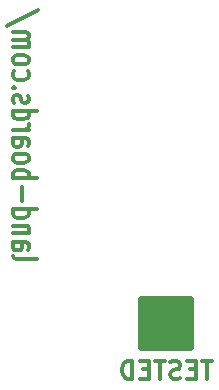
<source format=gbo>
%TF.GenerationSoftware,KiCad,Pcbnew,(6.0.1)*%
%TF.CreationDate,2022-05-20T17:27:47-04:00*%
%TF.ProjectId,BBB-GVS-4,4242422d-4756-4532-9d34-2e6b69636164,0.3*%
%TF.SameCoordinates,PX5962530PY32436e8*%
%TF.FileFunction,Legend,Bot*%
%TF.FilePolarity,Positive*%
%FSLAX46Y46*%
G04 Gerber Fmt 4.6, Leading zero omitted, Abs format (unit mm)*
G04 Created by KiCad (PCBNEW (6.0.1)) date 2022-05-20 17:27:47*
%MOMM*%
%LPD*%
G01*
G04 APERTURE LIST*
%ADD10C,0.304800*%
%ADD11C,0.650000*%
%ADD12C,0.150000*%
%ADD13C,4.572000*%
%ADD14R,1.651000X1.651000*%
%ADD15C,1.300480*%
%ADD16R,1.524000X1.524000*%
%ADD17C,1.524000*%
%ADD18R,2.032000X1.727200*%
%ADD19O,2.032000X1.727200*%
%ADD20R,2.032000X2.032000*%
%ADD21O,2.032000X2.032000*%
%ADD22R,1.905000X1.422400*%
%ADD23O,1.905000X1.422400*%
%ADD24R,1.422400X1.905000*%
%ADD25O,1.422400X1.905000*%
%ADD26R,1.651000X1.905000*%
%ADD27O,1.651000X1.905000*%
G04 APERTURE END LIST*
D10*
X4668761Y-37755285D02*
X4765523Y-37900428D01*
X4959047Y-37973000D01*
X6700761Y-37973000D01*
X4668761Y-36521571D02*
X5733142Y-36521571D01*
X5926666Y-36594142D01*
X6023428Y-36739285D01*
X6023428Y-37029571D01*
X5926666Y-37174714D01*
X4765523Y-36521571D02*
X4668761Y-36666714D01*
X4668761Y-37029571D01*
X4765523Y-37174714D01*
X4959047Y-37247285D01*
X5152571Y-37247285D01*
X5346095Y-37174714D01*
X5442857Y-37029571D01*
X5442857Y-36666714D01*
X5539619Y-36521571D01*
X6023428Y-35795857D02*
X4668761Y-35795857D01*
X5829904Y-35795857D02*
X5926666Y-35723285D01*
X6023428Y-35578142D01*
X6023428Y-35360428D01*
X5926666Y-35215285D01*
X5733142Y-35142714D01*
X4668761Y-35142714D01*
X4668761Y-33763857D02*
X6700761Y-33763857D01*
X4765523Y-33763857D02*
X4668761Y-33909000D01*
X4668761Y-34199285D01*
X4765523Y-34344428D01*
X4862285Y-34417000D01*
X5055809Y-34489571D01*
X5636380Y-34489571D01*
X5829904Y-34417000D01*
X5926666Y-34344428D01*
X6023428Y-34199285D01*
X6023428Y-33909000D01*
X5926666Y-33763857D01*
X5442857Y-33038142D02*
X5442857Y-31877000D01*
X4668761Y-31151285D02*
X6700761Y-31151285D01*
X5926666Y-31151285D02*
X6023428Y-31006142D01*
X6023428Y-30715857D01*
X5926666Y-30570714D01*
X5829904Y-30498142D01*
X5636380Y-30425571D01*
X5055809Y-30425571D01*
X4862285Y-30498142D01*
X4765523Y-30570714D01*
X4668761Y-30715857D01*
X4668761Y-31006142D01*
X4765523Y-31151285D01*
X4668761Y-29554714D02*
X4765523Y-29699857D01*
X4862285Y-29772428D01*
X5055809Y-29845000D01*
X5636380Y-29845000D01*
X5829904Y-29772428D01*
X5926666Y-29699857D01*
X6023428Y-29554714D01*
X6023428Y-29337000D01*
X5926666Y-29191857D01*
X5829904Y-29119285D01*
X5636380Y-29046714D01*
X5055809Y-29046714D01*
X4862285Y-29119285D01*
X4765523Y-29191857D01*
X4668761Y-29337000D01*
X4668761Y-29554714D01*
X4668761Y-27740428D02*
X5733142Y-27740428D01*
X5926666Y-27813000D01*
X6023428Y-27958142D01*
X6023428Y-28248428D01*
X5926666Y-28393571D01*
X4765523Y-27740428D02*
X4668761Y-27885571D01*
X4668761Y-28248428D01*
X4765523Y-28393571D01*
X4959047Y-28466142D01*
X5152571Y-28466142D01*
X5346095Y-28393571D01*
X5442857Y-28248428D01*
X5442857Y-27885571D01*
X5539619Y-27740428D01*
X4668761Y-27014714D02*
X6023428Y-27014714D01*
X5636380Y-27014714D02*
X5829904Y-26942142D01*
X5926666Y-26869571D01*
X6023428Y-26724428D01*
X6023428Y-26579285D01*
X4668761Y-25418142D02*
X6700761Y-25418142D01*
X4765523Y-25418142D02*
X4668761Y-25563285D01*
X4668761Y-25853571D01*
X4765523Y-25998714D01*
X4862285Y-26071285D01*
X5055809Y-26143857D01*
X5636380Y-26143857D01*
X5829904Y-26071285D01*
X5926666Y-25998714D01*
X6023428Y-25853571D01*
X6023428Y-25563285D01*
X5926666Y-25418142D01*
X4765523Y-24765000D02*
X4668761Y-24619857D01*
X4668761Y-24329571D01*
X4765523Y-24184428D01*
X4959047Y-24111857D01*
X5055809Y-24111857D01*
X5249333Y-24184428D01*
X5346095Y-24329571D01*
X5346095Y-24547285D01*
X5442857Y-24692428D01*
X5636380Y-24765000D01*
X5733142Y-24765000D01*
X5926666Y-24692428D01*
X6023428Y-24547285D01*
X6023428Y-24329571D01*
X5926666Y-24184428D01*
X4862285Y-23458714D02*
X4765523Y-23386142D01*
X4668761Y-23458714D01*
X4765523Y-23531285D01*
X4862285Y-23458714D01*
X4668761Y-23458714D01*
X4765523Y-22079857D02*
X4668761Y-22225000D01*
X4668761Y-22515285D01*
X4765523Y-22660428D01*
X4862285Y-22733000D01*
X5055809Y-22805571D01*
X5636380Y-22805571D01*
X5829904Y-22733000D01*
X5926666Y-22660428D01*
X6023428Y-22515285D01*
X6023428Y-22225000D01*
X5926666Y-22079857D01*
X4668761Y-21209000D02*
X4765523Y-21354142D01*
X4862285Y-21426714D01*
X5055809Y-21499285D01*
X5636380Y-21499285D01*
X5829904Y-21426714D01*
X5926666Y-21354142D01*
X6023428Y-21209000D01*
X6023428Y-20991285D01*
X5926666Y-20846142D01*
X5829904Y-20773571D01*
X5636380Y-20701000D01*
X5055809Y-20701000D01*
X4862285Y-20773571D01*
X4765523Y-20846142D01*
X4668761Y-20991285D01*
X4668761Y-21209000D01*
X4668761Y-20047857D02*
X6023428Y-20047857D01*
X5829904Y-20047857D02*
X5926666Y-19975285D01*
X6023428Y-19830142D01*
X6023428Y-19612428D01*
X5926666Y-19467285D01*
X5733142Y-19394714D01*
X4668761Y-19394714D01*
X5733142Y-19394714D02*
X5926666Y-19322142D01*
X6023428Y-19177000D01*
X6023428Y-18959285D01*
X5926666Y-18814142D01*
X5733142Y-18741571D01*
X4668761Y-18741571D01*
X6797523Y-16927285D02*
X4184952Y-18233571D01*
%TO.C,TESTED*%
X21535571Y-46599428D02*
X20664714Y-46599428D01*
X21100142Y-48123428D02*
X21100142Y-46599428D01*
X20156714Y-47325142D02*
X19648714Y-47325142D01*
X19431000Y-48123428D02*
X20156714Y-48123428D01*
X20156714Y-46599428D01*
X19431000Y-46599428D01*
X18850428Y-48050857D02*
X18632714Y-48123428D01*
X18269857Y-48123428D01*
X18124714Y-48050857D01*
X18052142Y-47978285D01*
X17979571Y-47833142D01*
X17979571Y-47688000D01*
X18052142Y-47542857D01*
X18124714Y-47470285D01*
X18269857Y-47397714D01*
X18560142Y-47325142D01*
X18705285Y-47252571D01*
X18777857Y-47180000D01*
X18850428Y-47034857D01*
X18850428Y-46889714D01*
X18777857Y-46744571D01*
X18705285Y-46672000D01*
X18560142Y-46599428D01*
X18197285Y-46599428D01*
X17979571Y-46672000D01*
X17544142Y-46599428D02*
X16673285Y-46599428D01*
X17108714Y-48123428D02*
X17108714Y-46599428D01*
X16165285Y-47325142D02*
X15657285Y-47325142D01*
X15439571Y-48123428D02*
X16165285Y-48123428D01*
X16165285Y-46599428D01*
X15439571Y-46599428D01*
X14786428Y-48123428D02*
X14786428Y-46599428D01*
X14423571Y-46599428D01*
X14205857Y-46672000D01*
X14060714Y-46817142D01*
X13988142Y-46962285D01*
X13915571Y-47252571D01*
X13915571Y-47470285D01*
X13988142Y-47760571D01*
X14060714Y-47905714D01*
X14205857Y-48050857D01*
X14423571Y-48123428D01*
X14786428Y-48123428D01*
D11*
X19653000Y-45434000D02*
X19653000Y-41434000D01*
X19653000Y-41434000D02*
X15653000Y-41434000D01*
X15653000Y-41434000D02*
X15653000Y-45434000D01*
X15653000Y-41434000D02*
X19653000Y-41434000D01*
X15653000Y-41934000D02*
X19653000Y-41934000D01*
X15653000Y-42434000D02*
X19653000Y-42434000D01*
X15653000Y-42934000D02*
X19653000Y-42934000D01*
X15653000Y-43434000D02*
X19653000Y-43434000D01*
X15653000Y-43934000D02*
X19653000Y-43934000D01*
X15653000Y-44434000D02*
X19653000Y-44434000D01*
X15653000Y-45434000D02*
X19653000Y-45434000D01*
X15653000Y-44934000D02*
X19653000Y-44934000D01*
D12*
X15653000Y-45434000D02*
X19653000Y-45434000D01*
X19653000Y-45434000D02*
X19653000Y-41434000D01*
X19653000Y-41434000D02*
X15653000Y-41434000D01*
X15653000Y-41434000D02*
X15653000Y-45434000D01*
%TD*%
%LPC*%
D13*
%TO.C,BRD1*%
X5715000Y-6350000D03*
X71755000Y-3175000D03*
X71755000Y-51435000D03*
X5715000Y-48260000D03*
D14*
X66675000Y-1905000D03*
D15*
X66675000Y-4445000D03*
X64135000Y-1905000D03*
X64135000Y-4445000D03*
X61595000Y-1905000D03*
X61595000Y-4445000D03*
X59055000Y-1905000D03*
X59055000Y-4445000D03*
X56515000Y-1905000D03*
X56515000Y-4445000D03*
X53975000Y-1905000D03*
X53975000Y-4445000D03*
X51435000Y-1905000D03*
X51435000Y-4445000D03*
X48895000Y-1905000D03*
X48895000Y-4445000D03*
X46355000Y-1905000D03*
X46355000Y-4445000D03*
X43815000Y-1905000D03*
X43815000Y-4445000D03*
X41275000Y-1905000D03*
X41275000Y-4445000D03*
X38735000Y-1905000D03*
X38735000Y-4445000D03*
X36195000Y-1905000D03*
X36195000Y-4445000D03*
X33655000Y-1905000D03*
X33655000Y-4445000D03*
X31115000Y-1905000D03*
X31115000Y-4445000D03*
X28575000Y-1905000D03*
X28575000Y-4445000D03*
X26035000Y-1905000D03*
X26035000Y-4445000D03*
X23495000Y-1905000D03*
X23495000Y-4445000D03*
X20955000Y-1905000D03*
X20955000Y-4445000D03*
X18415000Y-1905000D03*
X18415000Y-4445000D03*
X15875000Y-1905000D03*
X15875000Y-4445000D03*
X13335000Y-1905000D03*
X13335000Y-4445000D03*
X10795000Y-1905000D03*
X10795000Y-4445000D03*
D14*
X66675000Y-50165000D03*
D15*
X66675000Y-52705000D03*
X64135000Y-50165000D03*
X64135000Y-52705000D03*
X61595000Y-50165000D03*
X61595000Y-52705000D03*
X59055000Y-50165000D03*
X59055000Y-52705000D03*
X56515000Y-50165000D03*
X56515000Y-52705000D03*
X53975000Y-50165000D03*
X53975000Y-52705000D03*
X51435000Y-50165000D03*
X51435000Y-52705000D03*
X48895000Y-50165000D03*
X48895000Y-52705000D03*
X46355000Y-50165000D03*
X46355000Y-52705000D03*
X43815000Y-50165000D03*
X43815000Y-52705000D03*
X41275000Y-50165000D03*
X41275000Y-52705000D03*
X38735000Y-50165000D03*
X38735000Y-52705000D03*
X36195000Y-50165000D03*
X36195000Y-52705000D03*
X33655000Y-50165000D03*
X33655000Y-52705000D03*
X31115000Y-50165000D03*
X31115000Y-52705000D03*
X28575000Y-50165000D03*
X28575000Y-52705000D03*
X26035000Y-50165000D03*
X26035000Y-52705000D03*
X23495000Y-50165000D03*
X23495000Y-52705000D03*
X20955000Y-50165000D03*
X20955000Y-52705000D03*
X18415000Y-50165000D03*
X18415000Y-52705000D03*
X15875000Y-50165000D03*
X15875000Y-52705000D03*
X13335000Y-50165000D03*
X13335000Y-52705000D03*
X10795000Y-50165000D03*
X10795000Y-52705000D03*
%TD*%
D16*
%TO.C,A6*%
X26162000Y-15367000D03*
D17*
X26162000Y-12827000D03*
X26162000Y-10287000D03*
%TD*%
D16*
%TO.C,A5*%
X23622000Y-15367000D03*
D17*
X23622000Y-12827000D03*
X23622000Y-10287000D03*
%TD*%
D16*
%TO.C,A4*%
X21082000Y-15367000D03*
D17*
X21082000Y-12827000D03*
X21082000Y-10287000D03*
%TD*%
D16*
%TO.C,A0*%
X10922000Y-15367000D03*
D17*
X10922000Y-12827000D03*
X10922000Y-10287000D03*
%TD*%
D16*
%TO.C,A1*%
X13462000Y-15367000D03*
D17*
X13462000Y-12827000D03*
X13462000Y-10287000D03*
%TD*%
D16*
%TO.C,A3*%
X18542000Y-15367000D03*
D17*
X18542000Y-12827000D03*
X18542000Y-10287000D03*
%TD*%
D16*
%TO.C,A2*%
X16002000Y-15367000D03*
D17*
X16002000Y-12827000D03*
X16002000Y-10287000D03*
%TD*%
D16*
%TO.C,J25*%
X63627000Y-26035000D03*
D17*
X63627000Y-23495000D03*
X63627000Y-20955000D03*
%TD*%
D18*
%TO.C,P1*%
X36195000Y-19812000D03*
D19*
X36195000Y-22352000D03*
X36195000Y-24892000D03*
X36195000Y-27432000D03*
X36195000Y-29972000D03*
X36195000Y-32512000D03*
X36195000Y-35052000D03*
X36195000Y-37592000D03*
%TD*%
D18*
%TO.C,J12*%
X36195000Y-46863000D03*
D19*
X36195000Y-44323000D03*
X36195000Y-41783000D03*
%TD*%
D18*
%TO.C,J4*%
X38735000Y-15255000D03*
D19*
X38735000Y-12715000D03*
X38735000Y-10175000D03*
X38735000Y-7635000D03*
%TD*%
D18*
%TO.C,J7*%
X48895000Y-15240000D03*
D19*
X48895000Y-12700000D03*
X48895000Y-10160000D03*
X48895000Y-7620000D03*
%TD*%
D18*
%TO.C,J6*%
X46355000Y-15240000D03*
D19*
X46355000Y-12700000D03*
X46355000Y-10160000D03*
X46355000Y-7620000D03*
%TD*%
D18*
%TO.C,J5*%
X41275000Y-15240000D03*
D19*
X41275000Y-12700000D03*
X41275000Y-10160000D03*
X41275000Y-7620000D03*
%TD*%
D18*
%TO.C,J8*%
X51435000Y-15300800D03*
D19*
X51435000Y-12760800D03*
X51435000Y-10220800D03*
%TD*%
D18*
%TO.C,J3*%
X36195000Y-15240000D03*
D19*
X36195000Y-12700000D03*
X36195000Y-10160000D03*
%TD*%
D18*
%TO.C,J2*%
X33655000Y-15240000D03*
D19*
X33655000Y-12700000D03*
X33655000Y-10160000D03*
%TD*%
D18*
%TO.C,J10*%
X56515000Y-15240000D03*
D19*
X56515000Y-12700000D03*
X56515000Y-10160000D03*
%TD*%
D18*
%TO.C,J9*%
X53975000Y-15316200D03*
D19*
X53975000Y-12776200D03*
X53975000Y-10236200D03*
%TD*%
D18*
%TO.C,J1*%
X31115000Y-15240000D03*
D19*
X31115000Y-12700000D03*
X31115000Y-10160000D03*
%TD*%
D20*
%TO.C,J11*%
X80772000Y-17145000D03*
D21*
X83312000Y-17145000D03*
%TD*%
D22*
%TO.C,J26*%
X56388000Y-37465000D03*
D23*
X53848000Y-37465000D03*
X51308000Y-37465000D03*
D22*
X56388000Y-34925000D03*
D23*
X53848000Y-34925000D03*
X51308000Y-34925000D03*
D22*
X56388000Y-32385000D03*
D23*
X53848000Y-32385000D03*
X51308000Y-32385000D03*
D22*
X56388000Y-29845000D03*
D23*
X53848000Y-29845000D03*
X51308000Y-29845000D03*
D22*
X56388000Y-27305000D03*
D23*
X53848000Y-27305000D03*
X51308000Y-27305000D03*
D22*
X56388000Y-24765000D03*
D23*
X53848000Y-24765000D03*
X51308000Y-24765000D03*
D22*
X56388000Y-22225000D03*
D23*
X53848000Y-22225000D03*
X51308000Y-22225000D03*
D22*
X56388000Y-19685000D03*
D23*
X53848000Y-19685000D03*
X51308000Y-19685000D03*
%TD*%
D24*
%TO.C,J24*%
X48895000Y-46863000D03*
D25*
X48895000Y-44323000D03*
X48895000Y-41783000D03*
D24*
X51435000Y-46863000D03*
D25*
X51435000Y-44323000D03*
X51435000Y-41783000D03*
D24*
X53975000Y-46863000D03*
D25*
X53975000Y-44323000D03*
X53975000Y-41783000D03*
D24*
X56515000Y-46863000D03*
D25*
X56515000Y-44323000D03*
X56515000Y-41783000D03*
D24*
X59055000Y-46863000D03*
D25*
X59055000Y-44323000D03*
X59055000Y-41783000D03*
D24*
X61595000Y-46863000D03*
D25*
X61595000Y-44323000D03*
X61595000Y-41783000D03*
D24*
X64135000Y-46863000D03*
D25*
X64135000Y-44323000D03*
X64135000Y-41783000D03*
D24*
X66675000Y-46863000D03*
D25*
X66675000Y-44323000D03*
X66675000Y-41783000D03*
%TD*%
D26*
%TO.C,J16*%
X38735000Y-46863000D03*
D27*
X38735000Y-44323000D03*
X38735000Y-41783000D03*
D26*
X41275000Y-46863000D03*
D27*
X41275000Y-44323000D03*
X41275000Y-41783000D03*
D26*
X43815000Y-46863000D03*
D27*
X43815000Y-44323000D03*
X43815000Y-41783000D03*
D26*
X46355000Y-46863000D03*
D27*
X46355000Y-44323000D03*
X46355000Y-41783000D03*
%TD*%
M02*

</source>
